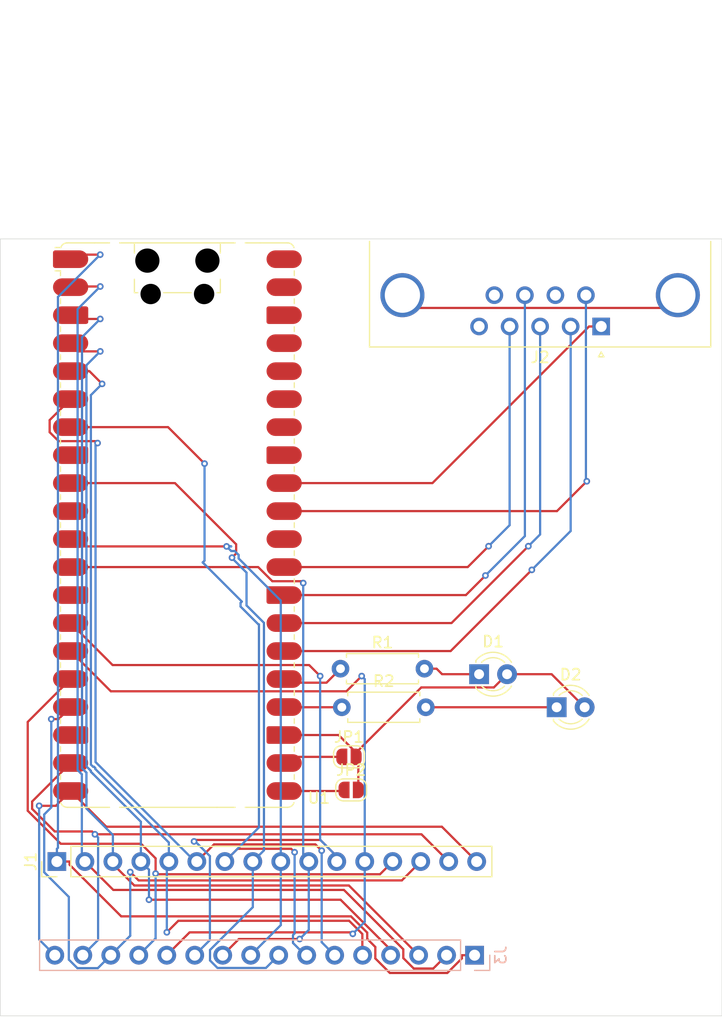
<source format=kicad_pcb>
(kicad_pcb (version 20241229) (generator "pcbnew") (generator_version "9.0")
  (layers (0 "F.Cu" signal) (2 "B.Cu" signal) (13 "F.Paste" user) (15 "B.Paste" user) (5 "F.SilkS" user "F.Silkscreen") (7 "B.SilkS" user "B.Silkscreen") (1 "F.Mask" user) (3 "B.Mask" user) (25 "Edge.Cuts" user))
  (net 0 "")
  (net 1 "Net-(J1-Pin_13)")
  (net 2 "Net-(J1-Pin_4)")
  (net 3 "Net-(J1-Pin_7)")
  (net 4 "Net-(J1-Pin_5)")
  (net 5 "Net-(J1-Pin_3)")
  (net 6 "Net-(J1-Pin_11)")
  (net 7 "Net-(J1-Pin_16)")
  (net 8 "Net-(J1-Pin_14)")
  (net 9 "Net-(J1-Pin_12)")
  (net 10 "Net-(J1-Pin_8)")
  (net 11 "Net-(J1-Pin_10)")
  (net 12 "Net-(J1-Pin_15)")
  (net 13 "Net-(J1-Pin_1)")
  (net 14 "Net-(J1-Pin_9)")
  (net 15 "Net-(J1-Pin_6)")
  (net 16 "Net-(J1-Pin_2)")
  (net 19 "unconnected-(J2-PAD-Pad0)")
  (net 33 "Net-(U1-GPIO22)")
  (net 34 "Net-(U1-GPIO27_ADC1)")
  (net 35 "Net-(U1-GPIO26_ADC0)")
  (net 36 "Net-(U1-GPIO20)")
  (net 37 "Net-(J2-Pad8)")
  (net 38 "Net-(U1-GPIO21)")
  (net 39 "Net-(D1-A)")
  (net 41 "Net-(D1-K)")
  (net 42 "Net-(D2-K)")
  (net 43 "Net-(JP1-A)")
  (net 44 "Net-(JP2-A)")
  (net 45 "Net-(U1-GPIO19)")
  (net 46 "Net-(U1-GPIO18)")
  (footprint "LED_THT:LED_D3.0mm" (layer "F.Cu") (at 130 70.5)
    (property "Reference" "D2" (at 1.27 -2.96 0) (layer "F.SilkS"))
    (property "Value" "LED")
    (pad "1" thru_hole rect (at 0 0) (size 1.8 1.8) (drill 0.9) (layers "*.Cu" "*.Mask") (net 42 "Net-(D2-K)"))
    (pad "2" thru_hole circle (at 2.54 0) (size 1.8 1.8) (drill 0.9) (layers "*.Cu" "*.Mask") (net 39 "Net-(D1-A)"))
  )
  (footprint "Connector_Dsub:DSUB-9_Pins_Horizontal_P2.77x2.84mm_EdgePinOffset4.94mm_Housed_MountingHolesOffset4.94mm" (layer "F.Cu") (at 134.04 35.9453 180)
    (property "Reference" "J2" (at 5.54 -2.8 0) (layer "F.SilkS"))
    (property "Value" "DE9_Plug_MountingHoles")
    (pad "0" thru_hole circle (at -6.96 2.84 180) (size 4 4) (drill 3.2) (layers "*.Cu" "*.Mask") (net 19 "unconnected-(J2-PAD-Pad0)"))
    (pad "0" thru_hole circle (at 18.04 2.84 180) (size 4 4) (drill 3.2) (layers "*.Cu" "*.Mask") (net 19 "unconnected-(J2-PAD-Pad0)"))
    (pad "1" thru_hole rect (at 0 0 180) (size 1.6 1.6) (drill 1) (layers "*.Cu" "*.Mask") (net 34 "Net-(U1-GPIO27_ADC1)"))
    (pad "2" thru_hole circle (at 2.77 0 180) (size 1.6 1.6) (drill 1) (layers "*.Cu" "*.Mask") (net 36 "Net-(U1-GPIO20)"))
    (pad "3" thru_hole circle (at 5.54 0 180) (size 1.6 1.6) (drill 1) (layers "*.Cu" "*.Mask") (net 38 "Net-(U1-GPIO21)"))
    (pad "4" thru_hole circle (at 8.31 0 180) (size 1.6 1.6) (drill 1) (layers "*.Cu" "*.Mask") (net 33 "Net-(U1-GPIO22)"))
    (pad "5" thru_hole circle (at 11.08 0 180) (size 1.6 1.6) (drill 1) (layers "*.Cu" "*.Mask"))
    (pad "6" thru_hole circle (at 1.385 2.84 180) (size 1.6 1.6) (drill 1) (layers "*.Cu" "*.Mask") (net 35 "Net-(U1-GPIO26_ADC0)"))
    (pad "7" thru_hole circle (at 4.155 2.84 180) (size 1.6 1.6) (drill 1) (layers "*.Cu" "*.Mask"))
    (pad "8" thru_hole circle (at 6.925 2.84 180) (size 1.6 1.6) (drill 1) (layers "*.Cu" "*.Mask") (net 37 "Net-(J2-Pad8)"))
    (pad "9" thru_hole circle (at 9.695 2.84 180) (size 1.6 1.6) (drill 1) (layers "*.Cu" "*.Mask"))
  )
  (footprint "LED_THT:LED_D3.0mm" (layer "F.Cu") (at 122.96 67.5)
    (property "Reference" "D1" (at 1.27 -2.96 0) (layer "F.SilkS"))
    (property "Value" "LED")
    (pad "1" thru_hole rect (at 0 0) (size 1.8 1.8) (drill 0.9) (layers "*.Cu" "*.Mask") (net 41 "Net-(D1-K)"))
    (pad "2" thru_hole circle (at 2.54 0) (size 1.8 1.8) (drill 0.9) (layers "*.Cu" "*.Mask") (net 39 "Net-(D1-A)"))
  )
  (footprint "Jumper:SolderJumper-2_P1.3mm_Open_RoundedPad1.0x1.5mm" (layer "F.Cu") (at 111.35 78)
    (property "Reference" "JP2" (at 0 -1.8 0) (layer "F.SilkS"))
    (property "Value" "OPEN=HOST")
    (pad "1" smd custom (at -0.65 0) (size 1 0.5) (layers "F.Cu" "F.Mask") (net 44 "Net-(JP2-A)") (options (clearance outline) (anchor rect)) (primitives (gr_circle (center 0 0.25) (end 0.5 0.25) (width 0) (fill yes)) (gr_circle (center 0 -0.25) (end 0.5 -0.25) (width 0) (fill yes)) (gr_poly (pts (xy 0.5 0.75) (xy 0 0.75) (xy 0 -0.75) (xy 0.5 -0.75)) (width 0) (fill yes))))
    (pad "2" smd custom (at 0.65 0) (size 1 0.5) (layers "F.Cu" "F.Mask") (net 39 "Net-(D1-A)") (options (clearance outline) (anchor rect)) (primitives (gr_circle (center 0 0.25) (end 0.5 0.25) (width 0) (fill yes)) (gr_circle (center 0 -0.25) (end 0.5 -0.25) (width 0) (fill yes)) (gr_poly (pts (xy 0 0.75) (xy -0.5 0.75) (xy -0.5 -0.75) (xy 0 -0.75)) (width 0) (fill yes))))
  )
  (footprint "Module:RaspberryPi_Pico_Common_SMD" (layer "F.Cu") (at 95.575 53.97)
    (property "Reference" "U1" (at 11.7475 24.765 0) (layer "F.SilkS") (effects (justify left)))
    (property "Value" "Pico")
    (pad "" smd rect (at -8.89 -24.13) (size 3.8 2.2) (drill (offset -0.8 0)) (layers "F.Paste"))
    (pad "" smd rect (at -8.89 -21.59) (size 3.8 2.2) (drill (offset -0.8 0)) (layers "F.Paste"))
    (pad "" smd rect (at -8.89 -19.05) (size 3.8 2.2) (drill (offset -0.8 0)) (layers "F.Paste"))
    (pad "" smd rect (at -8.89 -16.51) (size 3.8 2.2) (drill (offset -0.8 0)) (layers "F.Paste"))
    (pad "" smd rect (at -8.89 -13.97) (size 3.8 2.2) (drill (offset -0.8 0)) (layers "F.Paste"))
    (pad "" smd rect (at -8.89 -11.43) (size 3.8 2.2) (drill (offset -0.8 0)) (layers "F.Paste"))
    (pad "" smd rect (at -8.89 -8.89) (size 3.8 2.2) (drill (offset -0.8 0)) (layers "F.Paste"))
    (pad "" smd rect (at -8.89 -6.35) (size 3.8 2.2) (drill (offset -0.8 0)) (layers "F.Paste"))
    (pad "" smd rect (at -8.89 -3.81) (size 3.8 2.2) (drill (offset -0.8 0)) (layers "F.Paste"))
    (pad "" smd rect (at -8.89 -1.27) (size 3.8 2.2) (drill (offset -0.8 0)) (layers "F.Paste"))
    (pad "" smd rect (at -8.89 1.27) (size 3.8 2.2) (drill (offset -0.8 0)) (layers "F.Paste"))
    (pad "" smd rect (at -8.89 3.81) (size 3.8 2.2) (drill (offset -0.8 0)) (layers "F.Paste"))
    (pad "" smd rect (at -8.89 6.35) (size 3.8 2.2) (drill (offset -0.8 0)) (layers "F.Paste"))
    (pad "" smd rect (at -8.89 8.89) (size 3.8 2.2) (drill (offset -0.8 0)) (layers "F.Paste"))
    (pad "" smd rect (at -8.89 11.43) (size 3.8 2.2) (drill (offset -0.8 0)) (layers "F.Paste"))
    (pad "" smd rect (at -8.89 13.97) (size 3.8 2.2) (drill (offset -0.8 0)) (layers "F.Paste"))
    (pad "" smd rect (at -8.89 16.51) (size 3.8 2.2) (drill (offset -0.8 0)) (layers "F.Paste"))
    (pad "" smd rect (at -8.89 19.05) (size 3.8 2.2) (drill (offset -0.8 0)) (layers "F.Paste"))
    (pad "" smd rect (at -8.89 21.59) (size 3.8 2.2) (drill (offset -0.8 0)) (layers "F.Paste"))
    (pad "" smd rect (at -8.89 24.13) (size 3.8 2.2) (drill (offset -0.8 0)) (layers "F.Paste"))
    (pad "" np_thru_hole circle (at -2.725 -24) (size 2.2 2.2) (drill 2.2) (layers "*.Mask"))
    (pad "" np_thru_hole circle (at -2.425 -20.97) (size 1.85 1.85) (drill 1.85) (layers "*.Mask"))
    (pad "" np_thru_hole circle (at 2.425 -20.97) (size 1.85 1.85) (drill 1.85) (layers "*.Mask"))
    (pad "" np_thru_hole circle (at 2.725 -24) (size 2.2 2.2) (drill 2.2) (layers "*.Mask"))
    (pad "" smd rect (at 8.89 -24.13) (size 3.8 2.2) (drill (offset 0.8 0)) (layers "F.Paste"))
    (pad "" smd rect (at 8.89 -21.59) (size 3.8 2.2) (drill (offset 0.8 0)) (layers "F.Paste"))
    (pad "" smd rect (at 8.89 -19.05) (size 3.8 2.2) (drill (offset 0.8 0)) (layers "F.Paste"))
    (pad "" smd rect (at 8.89 -16.51) (size 3.8 2.2) (drill (offset 0.8 0)) (layers "F.Paste"))
    (pad "" smd rect (at 8.89 -13.97) (size 3.8 2.2) (drill (offset 0.8 0)) (layers "F.Paste"))
    (pad "" smd rect (at 8.89 -11.43) (size 3.8 2.2) (drill (offset 0.8 0)) (layers "F.Paste"))
    (pad "" smd rect (at 8.89 -8.89) (size 3.8 2.2) (drill (offset 0.8 0)) (layers "F.Paste"))
    (pad "" smd rect (at 8.89 -6.35) (size 3.8 2.2) (drill (offset 0.8 0)) (layers "F.Paste"))
    (pad "" smd rect (at 8.89 -3.81) (size 3.8 2.2) (drill (offset 0.8 0)) (layers "F.Paste"))
    (pad "" smd rect (at 8.89 -1.27) (size 3.8 2.2) (drill (offset 0.8 0)) (layers "F.Paste"))
    (pad "" smd rect (at 8.89 1.27) (size 3.8 2.2) (drill (offset 0.8 0)) (layers "F.Paste"))
    (pad "" smd rect (at 8.89 3.81) (size 3.8 2.2) (drill (offset 0.8 0)) (layers "F.Paste"))
    (pad "" smd rect (at 8.89 6.35) (size 3.8 2.2) (drill (offset 0.8 0)) (layers "F.Paste"))
    (pad "" smd rect (at 8.89 8.89) (size 3.8 2.2) (drill (offset 0.8 0)) (layers "F.Paste"))
    (pad "" smd rect (at 8.89 11.43) (size 3.8 2.2) (drill (offset 0.8 0)) (layers "F.Paste"))
    (pad "" smd rect (at 8.89 13.97) (size 3.8 2.2) (drill (offset 0.8 0)) (layers "F.Paste"))
    (pad "" smd rect (at 8.89 16.51) (size 3.8 2.2) (drill (offset 0.8 0)) (layers "F.Paste"))
    (pad "" smd rect (at 8.89 19.05) (size 3.8 2.2) (drill (offset 0.8 0)) (layers "F.Paste"))
    (pad "" smd rect (at 8.89 21.59) (size 3.8 2.2) (drill (offset 0.8 0)) (layers "F.Paste"))
    (pad "" smd rect (at 8.89 24.13) (size 3.8 2.2) (drill (offset 0.8 0)) (layers "F.Paste"))
    (pad "1" smd custom (at -9.69 -24.13) (size 1.6 0.8) (layers "F.Cu" "F.Mask") (net 13 "Net-(J1-Pin_1)") (options (clearance outline) (anchor rect)) (primitives (gr_circle (center 0.8 0) (end 1.6 0) (width 0) (fill yes)) (gr_poly (pts (xy -1.6 -0.6) (xy -1.6 0.6) (xy -1.4 0.8) (xy 0.8 0.8) (xy 0.8 -0.8) (xy -1.4 -0.8)) (width 0) (fill yes)) (gr_circle (center -1.4 -0.6) (end -1.2 -0.6) (width 0) (fill yes)) (gr_circle (center -1.4 0.6) (end -1.2 0.6) (width 0) (fill yes))))
    (pad "2" smd roundrect (at -9.69 -21.59) (size 3.2 1.6) (layers "F.Cu" "F.Mask") (roundrect_rratio 0.5) (net 16 "Net-(J1-Pin_2)"))
    (pad "3" smd custom (at -9.69 -19.05) (size 1.6 0.8) (layers "F.Cu" "F.Mask") (net 5 "Net-(J1-Pin_3)") (options (clearance outline) (anchor rect)) (primitives (gr_circle (center -0.8 0) (end 0 0) (width 0) (fill yes)) (gr_poly (pts (xy 1.6 -0.6) (xy 1.6 0.6) (xy 1.4 0.8) (xy -0.8 0.8) (xy -0.8 -0.8) (xy 1.4 -0.8)) (width 0) (fill yes)) (gr_circle (center 1.4 -0.6) (end 1.6 -0.6) (width 0) (fill yes)) (gr_circle (center 1.4 0.6) (end 1.6 0.6) (width 0) (fill yes))))
    (pad "4" smd roundrect (at -9.69 -16.51) (size 3.2 1.6) (layers "F.Cu" "F.Mask") (roundrect_rratio 0.5) (net 2 "Net-(J1-Pin_4)"))
    (pad "5" smd roundrect (at -9.69 -13.97) (size 3.2 1.6) (layers "F.Cu" "F.Mask") (roundrect_rratio 0.5) (net 4 "Net-(J1-Pin_5)"))
    (pad "6" smd roundrect (at -9.69 -11.43) (size 3.2 1.6) (layers "F.Cu" "F.Mask") (roundrect_rratio 0.5) (net 15 "Net-(J1-Pin_6)"))
    (pad "7" smd roundrect (at -9.69 -8.89) (size 3.2 1.6) (layers "F.Cu" "F.Mask") (roundrect_rratio 0.5) (net 3 "Net-(J1-Pin_7)"))
    (pad "8" smd custom (at -9.69 -6.35) (size 1.6 0.8) (layers "F.Cu" "F.Mask") (options (clearance outline) (anchor rect)) (primitives (gr_circle (center -0.8 0) (end 0 0) (width 0) (fill yes)) (gr_poly (pts (xy 1.6 -0.6) (xy 1.6 0.6) (xy 1.4 0.8) (xy -0.8 0.8) (xy -0.8 -0.8) (xy 1.4 -0.8)) (width 0) (fill yes)) (gr_circle (center 1.4 -0.6) (end 1.6 -0.6) (width 0) (fill yes)) (gr_circle (center 1.4 0.6) (end 1.6 0.6) (width 0) (fill yes))))
    (pad "9" smd roundrect (at -9.69 -3.81) (size 3.2 1.6) (layers "F.Cu" "F.Mask") (roundrect_rratio 0.5) (net 10 "Net-(J1-Pin_8)"))
    (pad "10" smd roundrect (at -9.69 -1.27) (size 3.2 1.6) (layers "F.Cu" "F.Mask") (roundrect_rratio 0.5))
    (pad "11" smd roundrect (at -9.69 1.27) (size 3.2 1.6) (layers "F.Cu" "F.Mask") (roundrect_rratio 0.5) (net 14 "Net-(J1-Pin_9)"))
    (pad "12" smd roundrect (at -9.69 3.81) (size 3.2 1.6) (layers "F.Cu" "F.Mask") (roundrect_rratio 0.5) (net 11 "Net-(J1-Pin_10)"))
    (pad "13" smd custom (at -9.69 6.35) (size 1.6 0.8) (layers "F.Cu" "F.Mask") (options (clearance outline) (anchor rect)) (primitives (gr_circle (center -0.8 0) (end 0 0) (width 0) (fill yes)) (gr_poly (pts (xy 1.6 -0.6) (xy 1.6 0.6) (xy 1.4 0.8) (xy -0.8 0.8) (xy -0.8 -0.8) (xy 1.4 -0.8)) (width 0) (fill yes)) (gr_circle (center 1.4 -0.6) (end 1.6 -0.6) (width 0) (fill yes)) (gr_circle (center 1.4 0.6) (end 1.6 0.6) (width 0) (fill yes))))
    (pad "14" smd roundrect (at -9.69 8.89) (size 3.2 1.6) (layers "F.Cu" "F.Mask") (roundrect_rratio 0.5) (net 6 "Net-(J1-Pin_11)"))
    (pad "15" smd roundrect (at -9.69 11.43) (size 3.2 1.6) (layers "F.Cu" "F.Mask") (roundrect_rratio 0.5) (net 9 "Net-(J1-Pin_12)"))
    (pad "16" smd roundrect (at -9.69 13.97) (size 3.2 1.6) (layers "F.Cu" "F.Mask") (roundrect_rratio 0.5) (net 1 "Net-(J1-Pin_13)"))
    (pad "17" smd roundrect (at -9.69 16.51) (size 3.2 1.6) (layers "F.Cu" "F.Mask") (roundrect_rratio 0.5) (net 8 "Net-(J1-Pin_14)"))
    (pad "18" smd custom (at -9.69 19.05) (size 1.6 0.8) (layers "F.Cu" "F.Mask") (options (clearance outline) (anchor rect)) (primitives (gr_circle (center -0.8 0) (end 0 0) (width 0) (fill yes)) (gr_poly (pts (xy 1.6 -0.6) (xy 1.6 0.6) (xy 1.4 0.8) (xy -0.8 0.8) (xy -0.8 -0.8) (xy 1.4 -0.8)) (width 0) (fill yes)) (gr_circle (center 1.4 -0.6) (end 1.6 -0.6) (width 0) (fill yes)) (gr_circle (center 1.4 0.6) (end 1.6 0.6) (width 0) (fill yes))))
    (pad "19" smd roundrect (at -9.69 21.59) (size 3.2 1.6) (layers "F.Cu" "F.Mask") (roundrect_rratio 0.5) (net 12 "Net-(J1-Pin_15)"))
    (pad "20" smd roundrect (at -9.69 24.13) (size 3.2 1.6) (layers "F.Cu" "F.Mask") (roundrect_rratio 0.5) (net 7 "Net-(J1-Pin_16)"))
    (pad "21" smd roundrect (at 9.69 24.13) (size 3.2 1.6) (layers "F.Cu" "F.Mask") (roundrect_rratio 0.5) (net 44 "Net-(JP2-A)"))
    (pad "22" smd roundrect (at 9.69 21.59) (size 3.2 1.6) (layers "F.Cu" "F.Mask") (roundrect_rratio 0.5) (net 43 "Net-(JP1-A)"))
    (pad "23" smd custom (at 9.69 19.05) (size 1.6 0.8) (layers "F.Cu" "F.Mask") (net 39 "Net-(D1-A)") (options (clearance outline) (anchor rect)) (primitives (gr_circle (center 0.8 0) (end 1.6 0) (width 0) (fill yes)) (gr_poly (pts (xy -1.6 -0.6) (xy -1.6 0.6) (xy -1.4 0.8) (xy 0.8 0.8) (xy 0.8 -0.8) (xy -1.4 -0.8)) (width 0) (fill yes)) (gr_circle (center -1.4 -0.6) (end -1.2 -0.6) (width 0) (fill yes)) (gr_circle (center -1.4 0.6) (end -1.2 0.6) (width 0) (fill yes))))
    (pad "24" smd roundrect (at 9.69 16.51) (size 3.2 1.6) (layers "F.Cu" "F.Mask") (roundrect_rratio 0.5) (net 46 "Net-(U1-GPIO18)"))
    (pad "25" smd roundrect (at 9.69 13.97) (size 3.2 1.6) (layers "F.Cu" "F.Mask") (roundrect_rratio 0.5) (net 45 "Net-(U1-GPIO19)"))
    (pad "26" smd roundrect (at 9.69 11.43) (size 3.2 1.6) (layers "F.Cu" "F.Mask") (roundrect_rratio 0.5) (net 36 "Net-(U1-GPIO20)"))
    (pad "27" smd roundrect (at 9.69 8.89) (size 3.2 1.6) (layers "F.Cu" "F.Mask") (roundrect_rratio 0.5) (net 38 "Net-(U1-GPIO21)"))
    (pad "28" smd custom (at 9.69 6.35) (size 1.6 0.8) (layers "F.Cu" "F.Mask") (net 37 "Net-(J2-Pad8)") (options (clearance outline) (anchor rect)) (primitives (gr_circle (center 0.8 0) (end 1.6 0) (width 0) (fill yes)) (gr_poly (pts (xy -1.6 -0.6) (xy -1.6 0.6) (xy -1.4 0.8) (xy 0.8 0.8) (xy 0.8 -0.8) (xy -1.4 -0.8)) (width 0) (fill yes)) (gr_circle (center -1.4 -0.6) (end -1.2 -0.6) (width 0) (fill yes)) (gr_circle (center -1.4 0.6) (end -1.2 0.6) (width 0) (fill yes))))
    (pad "29" smd roundrect (at 9.69 3.81) (size 3.2 1.6) (layers "F.Cu" "F.Mask") (roundrect_rratio 0.5) (net 33 "Net-(U1-GPIO22)"))
    (pad "30" smd roundrect (at 9.69 1.27) (size 3.2 1.6) (layers "F.Cu" "F.Mask") (roundrect_rratio 0.5))
    (pad "31" smd roundrect (at 9.69 -1.27) (size 3.2 1.6) (layers "F.Cu" "F.Mask") (roundrect_rratio 0.5) (net 35 "Net-(U1-GPIO26_ADC0)"))
    (pad "32" smd roundrect (at 9.69 -3.81) (size 3.2 1.6) (layers "F.Cu" "F.Mask") (roundrect_rratio 0.5) (net 34 "Net-(U1-GPIO27_ADC1)"))
    (pad "33" smd custom (at 9.69 -6.35) (size 1.6 0.8) (layers "F.Cu" "F.Mask") (options (clearance outline) (anchor rect)) (primitives (gr_circle (center 0.8 0) (end 1.6 0) (width 0) (fill yes)) (gr_poly (pts (xy -1.6 -0.6) (xy -1.6 0.6) (xy -1.4 0.8) (xy 0.8 0.8) (xy 0.8 -0.8) (xy -1.4 -0.8)) (width 0) (fill yes)) (gr_circle (center -1.4 -0.6) (end -1.2 -0.6) (width 0) (fill yes)) (gr_circle (center -1.4 0.6) (end -1.2 0.6) (width 0) (fill yes))))
    (pad "34" smd roundrect (at 9.69 -8.89) (size 3.2 1.6) (layers "F.Cu" "F.Mask") (roundrect_rratio 0.5))
    (pad "35" smd roundrect (at 9.69 -11.43) (size 3.2 1.6) (layers "F.Cu" "F.Mask") (roundrect_rratio 0.5))
    (pad "36" smd roundrect (at 9.69 -13.97) (size 3.2 1.6) (layers "F.Cu" "F.Mask") (roundrect_rratio 0.5))
    (pad "37" smd roundrect (at 9.69 -16.51) (size 3.2 1.6) (layers "F.Cu" "F.Mask") (roundrect_rratio 0.5))
    (pad "38" smd custom (at 9.69 -19.05) (size 1.6 0.8) (layers "F.Cu" "F.Mask") (options (clearance outline) (anchor rect)) (primitives (gr_circle (center 0.8 0) (end 1.6 0) (width 0) (fill yes)) (gr_poly (pts (xy -1.6 -0.6) (xy -1.6 0.6) (xy -1.4 0.8) (xy 0.8 0.8) (xy 0.8 -0.8) (xy -1.4 -0.8)) (width 0) (fill yes)) (gr_circle (center -1.4 -0.6) (end -1.2 -0.6) (width 0) (fill yes)) (gr_circle (center -1.4 0.6) (end -1.2 0.6) (width 0) (fill yes))))
    (pad "39" smd roundrect (at 9.69 -21.59) (size 3.2 1.6) (layers "F.Cu" "F.Mask") (roundrect_rratio 0.5))
    (pad "40" smd roundrect (at 9.69 -24.13) (size 3.2 1.6) (layers "F.Cu" "F.Mask") (roundrect_rratio 0.5))
  )
  (footprint "Jumper:SolderJumper-2_P1.3mm_Open_RoundedPad1.0x1.5mm" (layer "F.Cu") (at 111.15 75)
    (property "Reference" "JP1" (at 0 -1.8 0) (layer "F.SilkS"))
    (property "Value" "OPEN=DRAGON")
    (pad "1" smd custom (at -0.65 0) (size 1 0.5) (layers "F.Cu" "F.Mask") (net 43 "Net-(JP1-A)") (options (clearance outline) (anchor rect)) (primitives (gr_circle (center 0 0.25) (end 0.5 0.25) (width 0) (fill yes)) (gr_circle (center 0 -0.25) (end 0.5 -0.25) (width 0) (fill yes)) (gr_poly (pts (xy 0.5 0.75) (xy 0 0.75) (xy 0 -0.75) (xy 0.5 -0.75)) (width 0) (fill yes))))
    (pad "2" smd custom (at 0.65 0) (size 1 0.5) (layers "F.Cu" "F.Mask") (net 39 "Net-(D1-A)") (options (clearance outline) (anchor rect)) (primitives (gr_circle (center 0 0.25) (end 0.5 0.25) (width 0) (fill yes)) (gr_circle (center 0 -0.25) (end 0.5 -0.25) (width 0) (fill yes)) (gr_poly (pts (xy 0 0.75) (xy -0.5 0.75) (xy -0.5 -0.75) (xy 0 -0.75)) (width 0) (fill yes))))
  )
  (footprint "Resistor_THT:R_Axial_DIN0207_L6.3mm_D2.5mm_P7.62mm_Horizontal" (layer "F.Cu") (at 110.5 70.5)
    (property "Reference" "R2" (at 3.81 -2.37 0) (layer "F.SilkS"))
    (property "Value" "1K")
    (pad "1" thru_hole circle (at 0 0) (size 1.6 1.6) (drill 0.8) (layers "*.Cu" "*.Mask") (net 46 "Net-(U1-GPIO18)"))
    (pad "2" thru_hole oval (at 7.62 0) (size 1.6 1.6) (drill 0.8) (layers "*.Cu" "*.Mask") (net 42 "Net-(D2-K)"))
  )
  (footprint "Resistor_THT:R_Axial_DIN0207_L6.3mm_D2.5mm_P7.62mm_Horizontal" (layer "F.Cu") (at 110.38 67)
    (property "Reference" "R1" (at 3.81 -2.37 0) (layer "F.SilkS"))
    (property "Value" "1K")
    (pad "1" thru_hole circle (at 0 0) (size 1.6 1.6) (drill 0.8) (layers "*.Cu" "*.Mask") (net 45 "Net-(U1-GPIO19)"))
    (pad "2" thru_hole oval (at 7.62 0) (size 1.6 1.6) (drill 0.8) (layers "*.Cu" "*.Mask") (net 41 "Net-(D1-K)"))
  )
  (footprint "Connector_PinHeader_2.54mm:PinHeader_1x16_P2.54mm_Vertical" (layer "F.Cu") (at 84.64 84.5 90)
    (property "Reference" "J1" (at 0 -2.38 90) (layer "F.SilkS"))
    (property "Value" "Conn_01x16_Pin")
    (pad "1" thru_hole rect (at 0 0 90) (size 1.7 1.7) (drill 1) (layers "*.Cu" "*.Mask") (net 13 "Net-(J1-Pin_1)"))
    (pad "2" thru_hole circle (at 0 2.54 90) (size 1.7 1.7) (drill 1) (layers "*.Cu" "*.Mask") (net 16 "Net-(J1-Pin_2)"))
    (pad "3" thru_hole circle (at 0 5.08 90) (size 1.7 1.7) (drill 1) (layers "*.Cu" "*.Mask") (net 5 "Net-(J1-Pin_3)"))
    (pad "4" thru_hole circle (at 0 7.62 90) (size 1.7 1.7) (drill 1) (layers "*.Cu" "*.Mask") (net 2 "Net-(J1-Pin_4)"))
    (pad "5" thru_hole circle (at 0 10.16 90) (size 1.7 1.7) (drill 1) (layers "*.Cu" "*.Mask") (net 4 "Net-(J1-Pin_5)"))
    (pad "6" thru_hole circle (at 0 12.7 90) (size 1.7 1.7) (drill 1) (layers "*.Cu" "*.Mask") (net 15 "Net-(J1-Pin_6)"))
    (pad "7" thru_hole circle (at 0 15.24 90) (size 1.7 1.7) (drill 1) (layers "*.Cu" "*.Mask") (net 3 "Net-(J1-Pin_7)"))
    (pad "8" thru_hole circle (at 0 17.78 90) (size 1.7 1.7) (drill 1) (layers "*.Cu" "*.Mask") (net 10 "Net-(J1-Pin_8)"))
    (pad "9" thru_hole circle (at 0 20.32 90) (size 1.7 1.7) (drill 1) (layers "*.Cu" "*.Mask") (net 14 "Net-(J1-Pin_9)"))
    (pad "10" thru_hole circle (at 0 22.86 90) (size 1.7 1.7) (drill 1) (layers "*.Cu" "*.Mask") (net 11 "Net-(J1-Pin_10)"))
    (pad "11" thru_hole circle (at 0 25.4 90) (size 1.7 1.7) (drill 1) (layers "*.Cu" "*.Mask") (net 6 "Net-(J1-Pin_11)"))
    (pad "12" thru_hole circle (at 0 27.94 90) (size 1.7 1.7) (drill 1) (layers "*.Cu" "*.Mask") (net 9 "Net-(J1-Pin_12)"))
    (pad "13" thru_hole circle (at 0 30.48 90) (size 1.7 1.7) (drill 1) (layers "*.Cu" "*.Mask") (net 1 "Net-(J1-Pin_13)"))
    (pad "14" thru_hole circle (at 0 33.02 90) (size 1.7 1.7) (drill 1) (layers "*.Cu" "*.Mask") (net 8 "Net-(J1-Pin_14)"))
    (pad "15" thru_hole circle (at 0 35.56 90) (size 1.7 1.7) (drill 1) (layers "*.Cu" "*.Mask") (net 12 "Net-(J1-Pin_15)"))
    (pad "16" thru_hole circle (at 0 38.1 90) (size 1.7 1.7) (drill 1) (layers "*.Cu" "*.Mask") (net 7 "Net-(J1-Pin_16)"))
  )
  (footprint "Connector_PinHeader_2.54mm:PinHeader_1x16_P2.54mm_Vertical" (layer "B.Cu") (at 122.55 93 90)
    (property "Reference" "J3" (at 0 2.38 90) (layer "B.SilkS") (effects (justify mirror)))
    (property "Value" "Conn_01x16_Pin")
    (pad "1" thru_hole rect (at 0 0 90) (size 1.7 1.7) (drill 1) (layers "*.Cu" "*.Mask") (net 13 "Net-(J1-Pin_1)"))
    (pad "2" thru_hole circle (at 0 -2.54 90) (size 1.7 1.7) (drill 1) (layers "*.Cu" "*.Mask") (net 16 "Net-(J1-Pin_2)"))
    (pad "3" thru_hole circle (at 0 -5.08 90) (size 1.7 1.7) (drill 1) (layers "*.Cu" "*.Mask") (net 5 "Net-(J1-Pin_3)"))
    (pad "4" thru_hole circle (at 0 -7.62 90) (size 1.7 1.7) (drill 1) (layers "*.Cu" "*.Mask") (net 2 "Net-(J1-Pin_4)"))
    (pad "5" thru_hole circle (at 0 -10.16 90) (size 1.7 1.7) (drill 1) (layers "*.Cu" "*.Mask") (net 4 "Net-(J1-Pin_5)"))
    (pad "6" thru_hole circle (at 0 -12.7 90) (size 1.7 1.7) (drill 1) (layers "*.Cu" "*.Mask") (net 15 "Net-(J1-Pin_6)"))
    (pad "7" thru_hole circle (at 0 -15.24 90) (size 1.7 1.7) (drill 1) (layers "*.Cu" "*.Mask") (net 3 "Net-(J1-Pin_7)"))
    (pad "8" thru_hole circle (at 0 -17.78 90) (size 1.7 1.7) (drill 1) (layers "*.Cu" "*.Mask") (net 10 "Net-(J1-Pin_8)"))
    (pad "9" thru_hole circle (at 0 -20.32 90) (size 1.7 1.7) (drill 1) (layers "*.Cu" "*.Mask") (net 14 "Net-(J1-Pin_9)"))
    (pad "10" thru_hole circle (at 0 -22.86 90) (size 1.7 1.7) (drill 1) (layers "*.Cu" "*.Mask") (net 11 "Net-(J1-Pin_10)"))
    (pad "11" thru_hole circle (at 0 -25.4 90) (size 1.7 1.7) (drill 1) (layers "*.Cu" "*.Mask") (net 6 "Net-(J1-Pin_11)"))
    (pad "12" thru_hole circle (at 0 -27.94 90) (size 1.7 1.7) (drill 1) (layers "*.Cu" "*.Mask") (net 9 "Net-(J1-Pin_12)"))
    (pad "13" thru_hole circle (at 0 -30.48 90) (size 1.7 1.7) (drill 1) (layers "*.Cu" "*.Mask") (net 1 "Net-(J1-Pin_13)"))
    (pad "14" thru_hole circle (at 0 -33.02 90) (size 1.7 1.7) (drill 1) (layers "*.Cu" "*.Mask") (net 8 "Net-(J1-Pin_14)"))
    (pad "15" thru_hole circle (at 0 -35.56 90) (size 1.7 1.7) (drill 1) (layers "*.Cu" "*.Mask") (net 12 "Net-(J1-Pin_15)"))
    (pad "16" thru_hole circle (at 0 -38.1 90) (size 1.7 1.7) (drill 1) (layers "*.Cu" "*.Mask") (net 7 "Net-(J1-Pin_16)"))
  )
  (gr_rect (start 79.5 28) (end 145 98.5) (stroke (width 0.05)) (fill no) (layer "Edge.Cuts"))
  (segment (start 92.2751 82.8863) (end 93.5984 84.2096) (width 0.2) (layer "F.Cu") (net 1))
  (segment (start 93.5984 84.2096) (end 93.5984 85.5943) (width 0.2) (layer "F.Cu") (net 1))
  (segment (start 81.9915 79.8891) (end 84.9887 82.8863) (width 0.2) (layer "F.Cu") (net 1))
  (segment (start 113.9664 85.6536) (end 93.6577 85.6536) (width 0.2) (layer "F.Cu") (net 1))
  (segment (start 85.885 67.94) (end 81.9915 71.8335) (width 0.2) (layer "F.Cu") (net 1))
  (segment (start 81.9915 71.8335) (end 81.9915 79.8891) (width 0.2) (layer "F.Cu") (net 1))
  (segment (start 115.12 84.5) (end 113.9664 85.6536) (width 0.2) (layer "F.Cu") (net 1))
  (segment (start 93.6577 85.6536) (end 93.5984 85.5943) (width 0.2) (layer "F.Cu") (net 1))
  (segment (start 84.9887 82.8863) (end 92.2751 82.8863) (width 0.2) (layer "F.Cu") (net 1))
  (via (at 93.5984 85.5943) (size 0.6) (drill 0.3) (layers "F.Cu" "B.Cu") (net 1))
  (segment (start 93.5984 91.4716) (end 93.5984 85.5943) (width 0.2) (layer "B.Cu") (net 1))
  (segment (start 92.07 93) (end 93.5984 91.4716) (width 0.2) (layer "B.Cu") (net 1))
  (segment (start 85.885 37.46) (end 86.6302 38.2052) (width 0.2) (layer "F.Cu") (net 2))
  (segment (start 114.93 93) (end 114.93 92.5065) (width 0.2) (layer "F.Cu") (net 2))
  (segment (start 86.6302 38.2052) (end 88.5756 38.2052) (width 0.2) (layer "F.Cu") (net 2))
  (segment (start 114.93 92.5065) (end 110.3896 87.9661) (width 0.2) (layer "F.Cu") (net 2))
  (segment (start 110.3896 87.9661) (end 92.9967 87.9661) (width 0.2) (layer "F.Cu") (net 2))
  (via (at 88.5756 38.2052) (size 0.6) (drill 0.3) (layers "F.Cu" "B.Cu") (net 2))
  (via (at 92.9967 87.9661) (size 0.6) (drill 0.3) (layers "F.Cu" "B.Cu") (net 2))
  (segment (start 92.26 80.8887) (end 92.26 84.5) (width 0.2) (layer "B.Cu") (net 2))
  (segment (start 88.5756 38.2052) (end 87.3208 39.46) (width 0.2) (layer "B.Cu") (net 2))
  (segment (start 87.9462 76.5749) (end 92.26 80.8887) (width 0.2) (layer "B.Cu") (net 2))
  (segment (start 92.26 84.5) (end 92.9967 85.2367) (width 0.2) (layer "B.Cu") (net 2))
  (segment (start 87.7225 76.2665) (end 87.7225 76.3512) (width 0.2) (layer "B.Cu") (net 2))
  (segment (start 87.7799 76.4086) (end 87.9462 76.5749) (width 0.2) (layer "B.Cu") (net 2))
  (segment (start 87.3208 75.8648) (end 87.5562 76.1002) (width 0.2) (layer "B.Cu") (net 2))
  (segment (start 87.7225 76.3512) (end 87.7799 76.4086) (width 0.2) (layer "B.Cu") (net 2))
  (segment (start 87.3208 39.46) (end 87.3208 75.8648) (width 0.2) (layer "B.Cu") (net 2))
  (segment (start 87.5562 76.1002) (end 87.7225 76.2665) (width 0.2) (layer "B.Cu") (net 2))
  (segment (start 87.7799 76.4086) (end 87.9462 76.5749) (width 0.2) (layer "B.Cu") (net 2))
  (segment (start 87.5562 76.1002) (end 87.7225 76.2665) (width 0.2) (layer "B.Cu") (net 2))
  (segment (start 92.9967 85.2367) (end 92.9967 87.9661) (width 0.2) (layer "B.Cu") (net 2))
  (segment (start 99.88 84.5) (end 101.037 83.343) (width 0.2) (layer "F.Cu") (net 3))
  (segment (start 105.9011 83.343) (end 106.2148 83.6567) (width 0.2) (layer "F.Cu") (net 3))
  (segment (start 85.885 45.08) (end 94.7291 45.08) (width 0.2) (layer "F.Cu") (net 3))
  (segment (start 94.7291 45.08) (end 98.0402 48.3911) (width 0.2) (layer "F.Cu") (net 3))
  (segment (start 101.037 83.343) (end 105.9011 83.343) (width 0.2) (layer "F.Cu") (net 3))
  (via (at 98.0402 48.3911) (size 0.6) (drill 0.3) (layers "F.Cu" "B.Cu") (net 3))
  (via (at 106.2148 83.6567) (size 0.6) (drill 0.3) (layers "F.Cu" "B.Cu") (net 3))
  (segment (start 106.2148 91.0224) (end 106.0675 91.1697) (width 0.2) (layer "B.Cu") (net 3))
  (segment (start 102.9291 62.9811) (end 102.978 62.9811) (width 0.2) (layer "B.Cu") (net 3))
  (segment (start 98.0387 57.5227) (end 101.4265 60.9105) (width 0.2) (layer "B.Cu") (net 3))
  (segment (start 98.0402 48.3911) (end 98.0402 57.1916) (width 0.2) (layer "B.Cu") (net 3))
  (segment (start 97.8739 57.3579) (end 98.0387 57.5227) (width 0.2) (layer "B.Cu") (net 3))
  (segment (start 106.0675 91.1697) (end 106.0675 91.8878) (width 0.2) (layer "B.Cu") (net 3))
  (segment (start 102.978 81.402) (end 99.88 84.5) (width 0.2) (layer "B.Cu") (net 3))
  (segment (start 106.0675 91.8878) (end 107.1797 93) (width 0.2) (layer "B.Cu") (net 3))
  (segment (start 98.0402 57.1916) (end 97.8739 57.3579) (width 0.2) (layer "B.Cu") (net 3))
  (segment (start 97.8739 57.3579) (end 98.0387 57.5227) (width 0.2) (layer "B.Cu") (net 3))
  (segment (start 107.1797 93) (end 107.31 93) (width 0.2) (layer "B.Cu") (net 3))
  (segment (start 101.3088 61.0282) (end 101.3088 61.3608) (width 0.2) (layer "B.Cu") (net 3))
  (segment (start 102.978 62.9811) (end 102.978 81.402) (width 0.2) (layer "B.Cu") (net 3))
  (segment (start 101.4265 60.9105) (end 101.3088 61.0282) (width 0.2) (layer "B.Cu") (net 3))
  (segment (start 106.2148 83.6567) (end 106.2148 91.0224) (width 0.2) (layer "B.Cu") (net 3))
  (segment (start 101.3088 61.3608) (end 102.9291 62.9811) (width 0.2) (layer "B.Cu") (net 3))
  (segment (start 87.588 40) (end 88.7429 41.1549) (width 0.2) (layer "F.Cu") (net 4))
  (segment (start 85.885 40) (end 87.588 40) (width 0.2) (layer "F.Cu") (net 4))
  (segment (start 95.6601 89.8759) (end 94.6155 90.9205) (width 0.2) (layer "F.Cu") (net 4))
  (segment (start 112.3635 91.076) (end 111.1634 89.8759) (width 0.2) (layer "F.Cu") (net 4))
  (segment (start 112.39 93) (end 112.3635 92.9735) (width 0.2) (layer "F.Cu") (net 4))
  (segment (start 111.1634 89.8759) (end 95.6601 89.8759) (width 0.2) (layer "F.Cu") (net 4))
  (segment (start 112.3635 92.9735) (end 112.3635 91.076) (width 0.2) (layer "F.Cu") (net 4))
  (via (at 94.6155 90.9205) (size 0.6) (drill 0.3) (layers "F.Cu" "B.Cu") (net 4))
  (via (at 88.7429 41.1549) (size 0.6) (drill 0.3) (layers "F.Cu" "B.Cu") (net 4))
  (segment (start 88.7429 41.1549) (end 87.7225 42.1753) (width 0.2) (layer "B.Cu") (net 4))
  (segment (start 94.8 82.776) (end 94.8 84.5) (width 0.2) (layer "B.Cu") (net 4))
  (segment (start 94.6155 84.6845) (end 94.8 84.5) (width 0.2) (layer "B.Cu") (net 4))
  (segment (start 94.6155 90.9205) (end 94.6155 84.6845) (width 0.2) (layer "B.Cu") (net 4))
  (segment (start 87.9225 75.8985) (end 88.0093 75.8985) (width 0.2) (layer "B.Cu") (net 4))
  (segment (start 88.1227 76.0987) (end 94.8 82.776) (width 0.2) (layer "B.Cu") (net 4))
  (segment (start 87.7225 75.6985) (end 87.9225 75.8985) (width 0.2) (layer "B.Cu") (net 4))
  (segment (start 88.0093 75.8985) (end 88.1227 76.0119) (width 0.2) (layer "B.Cu") (net 4))
  (segment (start 87.7225 42.1753) (end 87.7225 75.6985) (width 0.2) (layer "B.Cu") (net 4))
  (segment (start 88.1227 76.0119) (end 88.1227 76.0987) (width 0.2) (layer "B.Cu") (net 4))
  (segment (start 89.72 84.7276) (end 91.6666 86.6742) (width 0.2) (layer "F.Cu") (net 5))
  (segment (start 88.5741 35.2631) (end 86.2281 35.2631) (width 0.2) (layer "F.Cu") (net 5))
  (segment (start 89.72 84.5) (end 89.72 84.7276) (width 0.2) (layer "F.Cu") (net 5))
  (segment (start 91.6666 86.6742) (end 111.1442 86.6742) (width 0.2) (layer "F.Cu") (net 5))
  (segment (start 111.1442 86.6742) (end 117.47 93) (width 0.2) (layer "F.Cu") (net 5))
  (segment (start 86.2281 35.2631) (end 85.885 34.92) (width 0.2) (layer "F.Cu") (net 5))
  (via (at 88.5741 35.2631) (size 0.6) (drill 0.3) (layers "F.Cu" "B.Cu") (net 5))
  (segment (start 87.3207 79.6878) (end 89.72 82.0871) (width 0.2) (layer "B.Cu") (net 5))
  (segment (start 87.3207 76.4327) (end 87.3207 79.6878) (width 0.2) (layer "B.Cu") (net 5))
  (segment (start 89.72 82.0871) (end 89.72 84.5) (width 0.2) (layer "B.Cu") (net 5))
  (segment (start 86.9191 36.9181) (end 86.9191 76.0311) (width 0.2) (layer "B.Cu") (net 5))
  (segment (start 87.1545 76.2665) (end 87.3207 76.4327) (width 0.2) (layer "B.Cu") (net 5))
  (segment (start 87.1545 76.2665) (end 87.3207 76.4327) (width 0.2) (layer "B.Cu") (net 5))
  (segment (start 86.9191 76.0311) (end 87.1545 76.2665) (width 0.2) (layer "B.Cu") (net 5))
  (segment (start 88.5741 35.2631) (end 86.9191 36.9181) (width 0.2) (layer "B.Cu") (net 5))
  (segment (start 110.04 84.5) (end 110.04 84.0295) (width 0.2) (layer "F.Cu") (net 6))
  (segment (start 108.5501 82.5396) (end 97.2229 82.5396) (width 0.2) (layer "F.Cu") (net 6))
  (segment (start 110.04 84.0295) (end 108.5501 82.5396) (width 0.2) (layer "F.Cu") (net 6))
  (segment (start 97.2229 82.5396) (end 97.0892 82.6733) (width 0.2) (layer "F.Cu") (net 6))
  (segment (start 107.5348 66.67) (end 108.5328 67.668) (width 0.2) (layer "F.Cu") (net 6))
  (segment (start 89.695 66.67) (end 107.5348 66.67) (width 0.2) (layer "F.Cu") (net 6))
  (segment (start 85.885 62.86) (end 89.695 66.67) (width 0.2) (layer "F.Cu") (net 6))
  (via (at 108.5328 67.668) (size 0.6) (drill 0.3) (layers "F.Cu" "B.Cu") (net 6))
  (via (at 97.0892 82.6733) (size 0.6) (drill 0.3) (layers "F.Cu" "B.Cu") (net 6))
  (segment (start 110.04 84.5) (end 110.04 84.0295) (width 0.2) (layer "B.Cu") (net 6))
  (segment (start 98.5254 91.6246) (end 98.5254 84.004) (width 0.2) (layer "B.Cu") (net 6))
  (segment (start 98.5254 84.004) (end 97.1947 82.6733) (width 0.2) (layer "B.Cu") (net 6))
  (segment (start 97.1947 82.6733) (end 97.0892 82.6733) (width 0.2) (layer "B.Cu") (net 6))
  (segment (start 108.5328 82.5223) (end 108.5328 67.668) (width 0.2) (layer "B.Cu") (net 6))
  (segment (start 97.15 93) (end 98.5254 91.6246) (width 0.2) (layer "B.Cu") (net 6))
  (segment (start 110.04 84.0295) (end 108.5328 82.5223) (width 0.2) (layer "B.Cu") (net 6))
  (segment (start 89.1254 81.3404) (end 85.885 78.1) (width 0.2) (layer "F.Cu") (net 7))
  (segment (start 122.74 84.5) (end 119.5804 81.3404) (width 0.2) (layer "F.Cu") (net 7))
  (segment (start 119.5804 81.3404) (end 89.1254 81.3404) (width 0.2) (layer "F.Cu") (net 7))
  (segment (start 84.5436 79.4414) (end 85.885 78.1) (width 0.2) (layer "F.Cu") (net 7))
  (segment (start 83.0298 79.4414) (end 84.5436 79.4414) (width 0.2) (layer "F.Cu") (net 7))
  (via (at 83.0298 79.4414) (size 0.6) (drill 0.3) (layers "F.Cu" "B.Cu") (net 7))
  (segment (start 84.45 93) (end 83.0298 91.5798) (width 0.2) (layer "B.Cu") (net 7))
  (segment (start 83.0298 91.5798) (end 83.0298 79.4414) (width 0.2) (layer "B.Cu") (net 7))
  (segment (start 115.946 86.214) (end 117.66 84.5) (width 0.2) (layer "F.Cu") (net 8))
  (segment (start 84.7898 71.5752) (end 85.885 70.48) (width 0.2) (layer "F.Cu") (net 8))
  (segment (start 92.0572 86.214) (end 115.946 86.214) (width 0.2) (layer "F.Cu") (net 8))
  (segment (start 91.2972 85.454) (end 92.0572 86.214) (width 0.2) (layer "F.Cu") (net 8))
  (segment (start 84.1312 71.5752) (end 84.7898 71.5752) (width 0.2) (layer "F.Cu") (net 8))
  (via (at 84.1312 71.5752) (size 0.6) (drill 0.3) (layers "F.Cu" "B.Cu") (net 8))
  (via (at 91.2972 85.454) (size 0.6) (drill 0.3) (layers "F.Cu" "B.Cu") (net 8))
  (segment (start 84.1312 71.5752) (end 84.1312 79.5845) (width 0.2) (layer "B.Cu") (net 8))
  (segment (start 86.4977 94.1741) (end 88.3559 94.1741) (width 0.2) (layer "B.Cu") (net 8))
  (segment (start 89.53 93) (end 91.2972 91.2328) (width 0.2) (layer "B.Cu") (net 8))
  (segment (start 88.3559 94.1741) (end 89.53 93) (width 0.2) (layer "B.Cu") (net 8))
  (segment (start 83.4883 85.475) (end 85.72 87.7067) (width 0.2) (layer "B.Cu") (net 8))
  (segment (start 85.72 87.7067) (end 85.72 93.3964) (width 0.2) (layer "B.Cu") (net 8))
  (segment (start 85.72 93.3964) (end 86.4977 94.1741) (width 0.2) (layer "B.Cu") (net 8))
  (segment (start 83.4883 80.2274) (end 83.4883 85.475) (width 0.2) (layer "B.Cu") (net 8))
  (segment (start 84.1312 79.5845) (end 83.4883 80.2274) (width 0.2) (layer "B.Cu") (net 8))
  (segment (start 91.2972 91.2328) (end 91.2972 85.454) (width 0.2) (layer "B.Cu") (net 8))
  (segment (start 89.5367 69.0517) (end 110.9195 69.0517) (width 0.2) (layer "F.Cu") (net 9))
  (segment (start 111.3639 90.9275) (end 96.6825 90.9275) (width 0.2) (layer "F.Cu") (net 9))
  (segment (start 111.4958 91.0594) (end 111.3639 90.9275) (width 0.2) (layer "F.Cu") (net 9))
  (segment (start 96.6825 90.9275) (end 94.61 93) (width 0.2) (layer "F.Cu") (net 9))
  (segment (start 85.885 65.4) (end 89.5367 69.0517) (width 0.2) (layer "F.Cu") (net 9))
  (segment (start 110.9195 69.0517) (end 112.3032 67.668) (width 0.2) (layer "F.Cu") (net 9))
  (via (at 112.3032 67.668) (size 0.6) (drill 0.3) (layers "F.Cu" "B.Cu") (net 9))
  (via (at 111.4958 91.0594) (size 0.6) (drill 0.3) (layers "F.Cu" "B.Cu") (net 9))
  (segment (start 111.4958 91.0594) (end 112.58 89.9752) (width 0.2) (layer "B.Cu") (net 9))
  (segment (start 112.58 89.9752) (end 112.58 84.5) (width 0.2) (layer "B.Cu") (net 9))
  (segment (start 112.58 67.9448) (end 112.58 84.5) (width 0.2) (layer "B.Cu") (net 9))
  (segment (start 112.3032 67.668) (end 112.58 67.9448) (width 0.2) (layer "B.Cu") (net 9))
  (segment (start 100.9108 56.5456) (end 100.5317 56.9247) (width 0.2) (layer "F.Cu") (net 10))
  (segment (start 100.9108 55.7136) (end 100.9108 56.5456) (width 0.2) (layer "F.Cu") (net 10))
  (segment (start 85.885 50.16) (end 95.3572 50.16) (width 0.2) (layer "F.Cu") (net 10))
  (segment (start 95.3572 50.16) (end 100.9108 55.7136) (width 0.2) (layer "F.Cu") (net 10))
  (via (at 100.5317 56.9247) (size 0.6) (drill 0.3) (layers "F.Cu" "B.Cu") (net 10))
  (segment (start 99.2165 94.1552) (end 98.5383 93.477) (width 0.2) (layer "B.Cu") (net 10))
  (segment (start 101.8519 58.2809) (end 100.5317 56.9607) (width 0.2) (layer "B.Cu") (net 10))
  (segment (start 98.5383 93.477) (end 98.5383 92.523) (width 0.2) (layer "B.Cu") (net 10))
  (segment (start 98.5383 92.523) (end 102.42 88.6413) (width 0.2) (layer "B.Cu") (net 10))
  (segment (start 102.42 84.5) (end 103.4325 83.4875) (width 0.2) (layer "B.Cu") (net 10))
  (segment (start 102.42 88.6413) (end 102.42 84.5) (width 0.2) (layer "B.Cu") (net 10))
  (segment (start 103.6148 94.1552) (end 99.2165 94.1552) (width 0.2) (layer "B.Cu") (net 10))
  (segment (start 104.77 93) (end 103.6148 94.1552) (width 0.2) (layer "B.Cu") (net 10))
  (segment (start 100.5317 56.9607) (end 100.5317 56.9247) (width 0.2) (layer "B.Cu") (net 10))
  (segment (start 101.8519 61.2587) (end 101.8519 58.2809) (width 0.2) (layer "B.Cu") (net 10))
  (segment (start 103.4325 83.4875) (end 103.4325 62.8393) (width 0.2) (layer "B.Cu") (net 10))
  (segment (start 103.4325 62.8393) (end 101.8519 61.2587) (width 0.2) (layer "B.Cu") (net 10))
  (segment (start 85.885 57.78) (end 102.9098 57.78) (width 0.2) (layer "F.Cu") (net 11))
  (segment (start 101.1592 91.5308) (end 106.672 91.5308) (width 0.2) (layer "F.Cu") (net 11))
  (segment (start 104.1933 59.0635) (end 106.8326 59.0635) (width 0.2) (layer "F.Cu") (net 11))
  (segment (start 102.9098 57.78) (end 104.1933 59.0635) (width 0.2) (layer "F.Cu") (net 11))
  (segment (start 106.8326 59.0635) (end 106.997 59.2279) (width 0.2) (layer "F.Cu") (net 11))
  (segment (start 99.69 93) (end 101.1592 91.5308) (width 0.2) (layer "F.Cu") (net 11))
  (via (at 106.997 59.2279) (size 0.6) (drill 0.3) (layers "F.Cu" "B.Cu") (net 11))
  (via (at 106.672 91.5308) (size 0.6) (drill 0.3) (layers "F.Cu" "B.Cu") (net 11))
  (segment (start 106.997 83.997) (end 107.5 84.5) (width 0.2) (layer "B.Cu") (net 11))
  (segment (start 107.5 90.7028) (end 107.5 84.5) (width 0.2) (layer "B.Cu") (net 11))
  (segment (start 106.997 59.2279) (end 106.997 83.997) (width 0.2) (layer "B.Cu") (net 11))
  (segment (start 106.672 91.5308) (end 107.5 90.7028) (width 0.2) (layer "B.Cu") (net 11))
  (segment (start 84.4423 81.7719) (end 82.3932 79.7228) (width 0.2) (layer "F.Cu") (net 12))
  (segment (start 88.091 82.0277) (end 117.7277 82.0277) (width 0.2) (layer "F.Cu") (net 12))
  (segment (start 82.3932 79.7228) (end 82.3932 79.0518) (width 0.2) (layer "F.Cu") (net 12))
  (segment (start 82.3932 79.0518) (end 85.885 75.56) (width 0.2) (layer "F.Cu") (net 12))
  (segment (start 88.091 82.0277) (end 87.8352 81.7719) (width 0.2) (layer "F.Cu") (net 12))
  (segment (start 117.7277 82.0277) (end 120.2 84.5) (width 0.2) (layer "F.Cu") (net 12))
  (segment (start 87.8352 81.7719) (end 84.4423 81.7719) (width 0.2) (layer "F.Cu") (net 12))
  (via (at 88.091 82.0277) (size 0.6) (drill 0.3) (layers "F.Cu" "B.Cu") (net 12))
  (segment (start 86.99 93) (end 88.3798 91.6102) (width 0.2) (layer "B.Cu") (net 12))
  (segment (start 88.3798 91.6102) (end 88.3798 82.3165) (width 0.2) (layer "B.Cu") (net 12))
  (segment (start 88.3798 82.3165) (end 88.091 82.0277) (width 0.2) (layer "B.Cu") (net 12))
  (segment (start 88.5722 29.4271) (end 86.2979 29.4271) (width 0.2) (layer "F.Cu") (net 13))
  (segment (start 111.3297 89.4742) (end 90.478 89.4742) (width 0.2) (layer "F.Cu") (net 13))
  (segment (start 85.7917 84.7879) (end 85.7917 84.5) (width 0.2) (layer "F.Cu") (net 13))
  (segment (start 90.478 89.4742) (end 85.7917 84.7879) (width 0.2) (layer "F.Cu") (net 13))
  (segment (start 113.5417 93.2932) (end 113.5417 92.2542) (width 0.2) (layer "F.Cu") (net 13))
  (segment (start 121.3983 93) (end 121.3983 93.2879) (width 0.2) (layer "F.Cu") (net 13))
  (segment (start 84.64 84.5) (end 85.7917 84.5) (width 0.2) (layer "F.Cu") (net 13))
  (segment (start 121.3983 93.2879) (end 120.0758 94.6104) (width 0.2) (layer "F.Cu") (net 13))
  (segment (start 120.0758 94.6104) (end 114.8589 94.6104) (width 0.2) (layer "F.Cu") (net 13))
  (segment (start 114.8589 94.6104) (end 113.5417 93.2932) (width 0.2) (layer "F.Cu") (net 13))
  (segment (start 122.55 93) (end 121.3983 93) (width 0.2) (layer "F.Cu") (net 13))
  (segment (start 112.8065 91.519) (end 112.8065 90.951) (width 0.2) (layer "F.Cu") (net 13))
  (segment (start 113.5417 92.2542) (end 112.8065 91.519) (width 0.2) (layer "F.Cu") (net 13))
  (segment (start 112.8065 90.951) (end 111.3297 89.4742) (width 0.2) (layer "F.Cu") (net 13))
  (segment (start 86.2979 29.4271) (end 85.885 29.84) (width 0.2) (layer "F.Cu") (net 13))
  (via (at 88.5722 29.4271) (size 0.6) (drill 0.3) (layers "F.Cu" "B.Cu") (net 13))
  (segment (start 84.7329 83.2554) (end 84.7329 33.2664) (width 0.2) (layer "B.Cu") (net 13))
  (segment (start 84.64 84.5) (end 84.64 83.3483) (width 0.2) (layer "B.Cu") (net 13))
  (segment (start 84.7329 33.2664) (end 88.5722 29.4271) (width 0.2) (layer "B.Cu") (net 13))
  (segment (start 84.64 83.3483) (end 84.7329 83.2554) (width 0.2) (layer "B.Cu") (net 13))
  (segment (start 100.0404 55.9036) (end 100.4555 55.9036) (width 0.2) (layer "F.Cu") (net 14))
  (segment (start 86.5486 55.9036) (end 85.885 55.24) (width 0.2) (layer "F.Cu") (net 14))
  (segment (start 100.4555 55.9036) (end 100.0404 55.9036) (width 0.2) (layer "F.Cu") (net 14))
  (segment (start 100.0404 55.9036) (end 86.5486 55.9036) (width 0.2) (layer "F.Cu") (net 14))
  (via (at 100.0404 55.9036) (size 0.6) (drill 0.3) (layers "F.Cu" "B.Cu") (net 14))
  (segment (start 104.96 60.8232) (end 102.2536 58.1168) (width 0.2) (layer "B.Cu") (net 14))
  (segment (start 100.0404 55.9036) (end 100.4555 55.9036) (width 0.2) (layer "B.Cu") (net 14))
  (segment (start 102.2536 58.1146) (end 101.1334 56.9944) (width 0.2) (layer "B.Cu") (net 14))
  (segment (start 102.23 93) (end 104.96 90.27) (width 0.2) (layer "B.Cu") (net 14))
  (segment (start 104.96 84.5) (end 104.96 60.8232) (width 0.2) (layer "B.Cu") (net 14))
  (segment (start 100.4555 55.9036) (end 100.0404 55.9036) (width 0.2) (layer "B.Cu") (net 14))
  (segment (start 104.96 90.27) (end 104.96 84.5) (width 0.2) (layer "B.Cu") (net 14))
  (segment (start 101.1334 56.6755) (end 100.7809 56.323) (width 0.2) (layer "B.Cu") (net 14))
  (segment (start 100.7809 56.323) (end 100.4598 56.323) (width 0.2) (layer "B.Cu") (net 14))
  (segment (start 101.1334 56.9944) (end 101.1334 56.6755) (width 0.2) (layer "B.Cu") (net 14))
  (segment (start 100.4598 56.323) (end 100.0404 55.9036) (width 0.2) (layer "B.Cu") (net 14))
  (segment (start 102.2536 58.1168) (end 102.2536 58.1146) (width 0.2) (layer "B.Cu") (net 14))
  (segment (start 88.1594 46.3513) (end 88.3332 46.5251) (width 0.2) (layer "F.Cu") (net 15))
  (segment (start 83.9802 44.4448) (end 83.9802 45.5387) (width 0.2) (layer "F.Cu") (net 15))
  (segment (start 108.1009 82.9413) (end 98.8987 82.9413) (width 0.2) (layer "F.Cu") (net 15))
  (segment (start 108.6717 83.5121) (end 108.1009 82.9413) (width 0.2) (layer "F.Cu") (net 15))
  (segment (start 98.8987 82.9413) (end 97.34 84.5) (width 0.2) (layer "F.Cu") (net 15))
  (segment (start 84.7928 46.3513) (end 88.1594 46.3513) (width 0.2) (layer "F.Cu") (net 15))
  (segment (start 85.885 42.54) (end 83.9802 44.4448) (width 0.2) (layer "F.Cu") (net 15))
  (segment (start 83.9802 45.5387) (end 84.7928 46.3513) (width 0.2) (layer "F.Cu") (net 15))
  (via (at 88.3332 46.5251) (size 0.6) (drill 0.3) (layers "F.Cu" "B.Cu") (net 15))
  (via (at 108.6717 83.5121) (size 0.6) (drill 0.3) (layers "F.Cu" "B.Cu") (net 15))
  (segment (start 97.34 84.5) (end 97.1788 84.5) (width 0.2) (layer "B.Cu") (net 15))
  (segment (start 108.6717 83.5121) (end 108.6717 91.8217) (width 0.2) (layer "B.Cu") (net 15))
  (segment (start 88.1464 46.7119) (end 88.3332 46.5251) (width 0.2) (layer "B.Cu") (net 15))
  (segment (start 108.6717 91.8217) (end 109.85 93) (width 0.2) (layer "B.Cu") (net 15))
  (segment (start 88.1464 75.4676) (end 88.1464 46.7119) (width 0.2) (layer "B.Cu") (net 15))
  (segment (start 97.1788 84.5) (end 88.1464 75.4676) (width 0.2) (layer "B.Cu") (net 15))
  (segment (start 87.18 84.5) (end 89.7559 87.0759) (width 0.2) (layer "F.Cu") (net 16))
  (segment (start 116.0817 92.4652) (end 116.0817 93.2627) (width 0.2) (layer "F.Cu") (net 16))
  (segment (start 85.9478 32.3172) (end 85.885 32.38) (width 0.2) (layer "F.Cu") (net 16))
  (segment (start 110.6924 87.0759) (end 116.0817 92.4652) (width 0.2) (layer "F.Cu") (net 16))
  (segment (start 89.7559 87.0759) (end 110.6924 87.0759) (width 0.2) (layer "F.Cu") (net 16))
  (segment (start 88.5756 32.3172) (end 85.9478 32.3172) (width 0.2) (layer "F.Cu") (net 16))
  (segment (start 117.0277 94.2087) (end 118.8013 94.2087) (width 0.2) (layer "F.Cu") (net 16))
  (segment (start 118.8013 94.2087) (end 120.01 93) (width 0.2) (layer "F.Cu") (net 16))
  (segment (start 116.0817 93.2627) (end 117.0277 94.2087) (width 0.2) (layer "F.Cu") (net 16))
  (via (at 88.5756 32.3172) (size 0.6) (drill 0.3) (layers "F.Cu" "B.Cu") (net 16))
  (segment (start 86.5174 34.3754) (end 86.5174 76.1974) (width 0.2) (layer "B.Cu") (net 16))
  (segment (start 86.9018 76.5818) (end 86.9018 84.2218) (width 0.2) (layer "B.Cu") (net 16))
  (segment (start 86.7528 76.4328) (end 86.9018 76.5818) (width 0.2) (layer "B.Cu") (net 16))
  (segment (start 86.5174 76.1974) (end 86.7528 76.4328) (width 0.2) (layer "B.Cu") (net 16))
  (segment (start 88.5756 32.3172) (end 86.5174 34.3754) (width 0.2) (layer "B.Cu") (net 16))
  (segment (start 86.7528 76.4328) (end 86.9018 76.5818) (width 0.2) (layer "B.Cu") (net 16))
  (segment (start 86.9018 84.2218) (end 87.18 84.5) (width 0.2) (layer "B.Cu") (net 16))
  (segment (start 117.1576 34.2629) (end 116 33.1053) (width 0.2) (layer "F.Cu") (net 19))
  (segment (start 141 33.1053) (end 139.8424 34.2629) (width 0.2) (layer "F.Cu") (net 19))
  (segment (start 139.8424 34.2629) (end 117.1576 34.2629) (width 0.2) (layer "F.Cu") (net 19))
  (segment (start 121.9272 57.78) (end 105.265 57.78) (width 0.2) (layer "F.Cu") (net 33))
  (segment (start 123.8228 55.8844) (end 121.9272 57.78) (width 0.2) (layer "F.Cu") (net 33))
  (via (at 123.8228 55.8844) (size 0.6) (drill 0.3) (layers "F.Cu" "B.Cu") (net 33))
  (segment (start 125.73 35.9453) (end 125.73 53.9772) (width 0.2) (layer "B.Cu") (net 33))
  (segment (start 125.73 53.9772) (end 123.8228 55.8844) (width 0.2) (layer "B.Cu") (net 33))
  (segment (start 105.265 50.16) (end 118.7236 50.16) (width 0.2) (layer "F.Cu") (net 34))
  (segment (start 118.7236 50.16) (end 132.9383 35.9453) (width 0.2) (layer "F.Cu") (net 34))
  (segment (start 134.04 35.9453) (end 132.9383 35.9453) (width 0.2) (layer "F.Cu") (net 34))
  (segment (start 130.0266 52.7) (end 105.265 52.7) (width 0.2) (layer "F.Cu") (net 35))
  (segment (start 132.734 49.9926) (end 130.0266 52.7) (width 0.2) (layer "F.Cu") (net 35))
  (via (at 132.734 49.9926) (size 0.6) (drill 0.3) (layers "F.Cu" "B.Cu") (net 35))
  (segment (start 132.655 33.1053) (end 132.655 49.9136) (width 0.2) (layer "B.Cu") (net 35))
  (segment (start 132.655 49.9136) (end 132.734 49.9926) (width 0.2) (layer "B.Cu") (net 35))
  (segment (start 105.265 65.4) (end 120.3784 65.4) (width 0.2) (layer "F.Cu") (net 36))
  (segment (start 120.3784 65.4) (end 127.7467 58.0317) (width 0.2) (layer "F.Cu") (net 36))
  (via (at 127.7467 58.0317) (size 0.6) (drill 0.3) (layers "F.Cu" "B.Cu") (net 36))
  (segment (start 131.27 54.5084) (end 131.27 35.9453) (width 0.2) (layer "B.Cu") (net 36))
  (segment (start 127.7467 58.0317) (end 131.27 54.5084) (width 0.2) (layer "B.Cu") (net 36))
  (segment (start 123.5373 58.5449) (end 121.7622 60.32) (width 0.2) (layer "F.Cu") (net 37))
  (segment (start 121.7622 60.32) (end 105.265 60.32) (width 0.2) (layer "F.Cu") (net 37))
  (via (at 123.5373 58.5449) (size 0.6) (drill 0.3) (layers "F.Cu" "B.Cu") (net 37))
  (segment (start 127.115 54.9672) (end 123.5373 58.5449) (width 0.2) (layer "B.Cu") (net 37))
  (segment (start 127.115 33.1053) (end 127.115 54.9672) (width 0.2) (layer "B.Cu") (net 37))
  (segment (start 105.265 62.86) (end 120.4553 62.86) (width 0.2) (layer "F.Cu") (net 38))
  (segment (start 120.4553 62.86) (end 127.4309 55.8844) (width 0.2) (layer "F.Cu") (net 38))
  (via (at 127.4309 55.8844) (size 0.6) (drill 0.3) (layers "F.Cu" "B.Cu") (net 38))
  (segment (start 127.4309 55.8844) (end 128.5 54.8153) (width 0.2) (layer "B.Cu") (net 38))
  (segment (start 128.5 54.8153) (end 128.5 35.9453) (width 0.2) (layer "B.Cu") (net 38))
  (segment (start 111.8 74.6133) (end 117.7116 68.7017) (width 0.2) (layer "F.Cu") (net 39))
  (segment (start 124.2983 68.7017) (end 125.5 67.5) (width 0.2) (layer "F.Cu") (net 39))
  (segment (start 117.7116 68.7017) (end 124.2983 68.7017) (width 0.2) (layer "F.Cu") (net 39))
  (segment (start 112 78) (end 112 75.2) (width 0.2) (layer "F.Cu") (net 39))
  (segment (start 111.8 74.6133) (end 110.2067 73.02) (width 0.2) (layer "F.Cu") (net 39))
  (segment (start 110.2067 73.02) (end 105.265 73.02) (width 0.2) (layer "F.Cu") (net 39))
  (segment (start 112 75.2) (end 111.8 75) (width 0.2) (layer "F.Cu") (net 39))
  (segment (start 111.8 75) (end 111.8 74.6133) (width 0.2) (layer "F.Cu") (net 39))
  (segment (start 132.54 70.5) (end 129.54 67.5) (width 0.2) (layer "F.Cu") (net 39))
  (segment (start 129.54 67.5) (end 125.5 67.5) (width 0.2) (layer "F.Cu") (net 39))
  (segment (start 119.6017 67.5) (end 119.1017 67) (width 0.2) (layer "F.Cu") (net 41))
  (segment (start 122.96 67.5) (end 119.6017 67.5) (width 0.2) (layer "F.Cu") (net 41))
  (segment (start 118 67) (end 119.1017 67) (width 0.2) (layer "F.Cu") (net 41))
  (segment (start 118.12 70.5) (end 130 70.5) (width 0.2) (layer "F.Cu") (net 42))
  (segment (start 110.5 75) (end 105.825 75) (width 0.2) (layer "F.Cu") (net 43))
  (segment (start 105.825 75) (end 105.265 75.56) (width 0.2) (layer "F.Cu") (net 43))
  (segment (start 110.6 78.1) (end 110.7 78) (width 0.2) (layer "F.Cu") (net 44))
  (segment (start 105.265 78.1) (end 110.6 78.1) (width 0.2) (layer "F.Cu") (net 44))
  (segment (start 109.1093 68.2707) (end 105.5957 68.2707) (width 0.2) (layer "F.Cu") (net 45))
  (segment (start 105.5957 68.2707) (end 105.265 67.94) (width 0.2) (layer "F.Cu") (net 45))
  (segment (start 110.38 67) (end 109.1093 68.2707) (width 0.2) (layer "F.Cu") (net 45))
  (segment (start 105.285 70.5) (end 105.265 70.48) (width 0.2) (layer "F.Cu") (net 46))
  (segment (start 110.5 70.5) (end 105.285 70.5) (width 0.2) (layer "F.Cu") (net 46))
)
</source>
